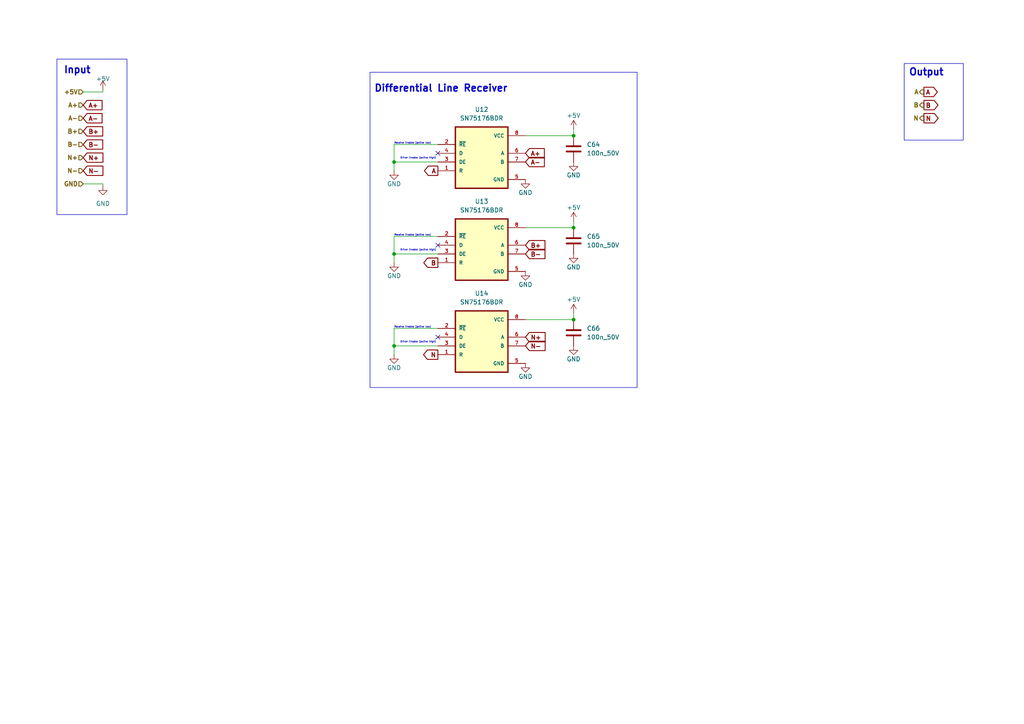
<source format=kicad_sch>
(kicad_sch (version 20231120) (generator "eeschema") (generator_version "8.0")
  (paper "A4")
  (lib_symbols
    (symbol "_C_0402:100n_50V" (pin_numbers hide) (pin_names (offset 0.254))
      (property "Reference" "C" (at 0.635 2.54 0))
      (property "Value" "100n_50V" (at 0.635 -2.54 0))
      (symbol "100n_50V_0_1"
        (polyline (pts (xy -2.032 -0.762) (xy 2.032 -0.762)) (stroke (width 0.508)))
        (polyline (pts (xy -2.032 0.762) (xy 2.032 0.762)) (stroke (width 0.508)))
      )
      (symbol "100n_50V_1_1"
        (pin passive line (at 0 3.81 270) (length 2.794) (name "~") (number "1"))
        (pin passive line (at 0 -3.81 90) (length 2.794) (name "~") (number "2"))
      )
    )
    (symbol "_Interface_UART:SN75176BDR" (pin_names (offset 1.016))
      (property "Reference" "U" (at -6.858 9.652 0))
      (property "Value" "SN75176BDR" (at -7.874 -11.43 0))
      (symbol "SN75176BDR_0_0"
        (rectangle (start -7.62 8.89) (end 7.62 -8.89) (stroke (width 0.41)) (fill (type background)))
        (pin input line (at -12.7 -3.81 0) (length 5.08) (name "R") (number "1"))
        (pin input line (at -12.7 3.81 0) (length 5.08) (name "~{RE}") (number "2"))
        (pin input line (at -12.7 -1.27 0) (length 5.08) (name "DE") (number "3"))
        (pin input line (at -12.7 1.27 0) (length 5.08) (name "D") (number "4"))
        (pin power_in line (at 12.7 -6.35 180) (length 5.08) (name "GND") (number "5"))
        (pin output line (at 12.7 1.27 180) (length 5.08) (name "A") (number "6"))
        (pin output line (at 12.7 -1.27 180) (length 5.08) (name "B") (number "7"))
        (pin power_in line (at 12.7 6.35 180) (length 5.08) (name "VCC") (number "8"))
      )
    )
    (symbol "power:+5V" (power) (pin_names (offset 0))
      (property "Value" "+5V" (at 0 3.556 0))
      (symbol "+5V_0_1"
        (polyline (pts (xy -0.762 1.27) (xy 0 2.54)))
        (polyline (pts (xy 0 0) (xy 0 2.54)))
        (polyline (pts (xy 0 2.54) (xy 0.762 1.27)))
      )
      (symbol "+5V_1_1"
        (pin power_in line (at 0 0 90) (length 0) hide (name "+5V") (number "1"))
      )
    )
    (symbol "power:GND" (power) (pin_names (offset 0))
      (property "Value" "GND" (at 0 -3.81 0))
      (symbol "GND_0_1"
        (polyline (pts (xy 0 0) (xy 0 -1.27) (xy 1.27 -1.27) (xy 0 -2.54) (xy -1.27 -1.27) (xy 0 -1.27)))
      )
      (symbol "GND_1_1"
        (pin power_in line (at 0 0 270) (length 0) hide (name "GND") (number "1"))
      )
    )
  )
  (junction (at 166.37 39.37))
  (junction (at 114.3 100.33))
  (junction (at 114.3 46.99))
  (junction (at 166.37 66.04))
  (junction (at 166.37 92.71))
  (junction (at 114.3 73.66))
  (no_connect (at 127 97.79))
  (no_connect (at 127 44.45))
  (no_connect (at 127 71.12))
  (wire (pts (xy 29.845 26.67) (xy 24.13 26.67)))
  (wire (pts (xy 114.3 73.66) (xy 127 73.66)))
  (wire (pts (xy 152.4 66.04) (xy 166.37 66.04)))
  (wire (pts (xy 29.845 53.34) (xy 29.845 53.975)))
  (wire (pts (xy 127 41.91) (xy 114.3 41.91)))
  (wire (pts (xy 166.37 64.135) (xy 166.37 66.04)))
  (wire (pts (xy 114.3 100.33) (xy 127 100.33)))
  (wire (pts (xy 152.4 92.71) (xy 166.37 92.71)))
  (wire (pts (xy 114.3 100.33) (xy 114.3 102.87)))
  (wire (pts (xy 114.3 73.66) (xy 114.3 76.2)))
  (wire (pts (xy 114.3 68.58) (xy 114.3 73.66)))
  (wire (pts (xy 114.3 41.91) (xy 114.3 46.99)))
  (wire (pts (xy 152.4 39.37) (xy 166.37 39.37)))
  (wire (pts (xy 114.3 46.99) (xy 114.3 49.53)))
  (wire (pts (xy 166.37 37.465) (xy 166.37 39.37)))
  (wire (pts (xy 114.3 95.25) (xy 114.3 100.33)))
  (wire (pts (xy 29.845 26.035) (xy 29.845 26.67)))
  (wire (pts (xy 24.13 53.34) (xy 29.845 53.34)))
  (wire (pts (xy 127 68.58) (xy 114.3 68.58)))
  (wire (pts (xy 166.37 90.805) (xy 166.37 92.71)))
  (wire (pts (xy 127 95.25) (xy 114.3 95.25)))
  (wire (pts (xy 114.3 46.99) (xy 127 46.99)))
  (rectangle (start 262.255 18.415) (end 279.4 40.64))
  (rectangle (start 107.315 20.955) (end 184.785 112.395))
  (rectangle (start 16.51 17.145) (end 36.83 62.23))
  (text "Receive Enable (active low)" (at 114.3 95.25 0) (effects (font (size 0.5 0.5) (bold yes)) (justify left bottom)))
  (text "Input" (at 18.415 21.59 0) (effects (font (size 2 2) (bold yes)) (justify left bottom)))
  (text "Receive Enable (active low)" (at 114.3 41.91 0) (effects (font (size 0.5 0.5) (bold yes)) (justify left bottom)))
  (text "Differential Line Receiver" (at 108.458 26.924 0) (effects (font (size 2 2) (bold yes)) (justify left bottom)))
  (text "Driver Enable (active high)" (at 116.078 99.568 0) (effects (font (size 0.5 0.5) (bold yes)) (justify left bottom)))
  (text "Receive Enable (active low)" (at 114.3 68.58 0) (effects (font (size 0.5 0.5) (bold yes)) (justify left bottom)))
  (text "Output" (at 263.525 22.225 0) (effects (font (size 2 2) (bold yes)) (justify left bottom)))
  (text "Driver Enable (active high)" (at 116.078 46.228 0) (effects (font (size 0.5 0.5) (bold yes)) (justify left bottom)))
  (text "Driver Enable (active high)" (at 116.078 72.898 0) (effects (font (size 0.5 0.5) (bold yes)) (justify left bottom)))
  (global_label "B+" (shape input) (at 24.13 38.1 0) (effects (font (bold yes))) (property "Intersheetrefs" "${INTERSHEET_REFS}" (effects (hide yes))))
  (global_label "N" (shape output) (at 267.97 34.29 0) (effects (font (bold yes))) (property "Intersheetrefs" "${INTERSHEET_REFS}" (effects (hide yes))))
  (global_label "A" (shape output) (at 127 49.53 180) (effects (font (bold yes))) (property "Intersheetrefs" "${INTERSHEET_REFS}" (effects (hide yes))))
  (global_label "A-" (shape input) (at 24.13 34.29 0) (effects (font (bold yes))) (property "Intersheetrefs" "${INTERSHEET_REFS}" (effects (hide yes))))
  (global_label "N-" (shape input) (at 152.4 100.33 0) (effects (font (bold yes))) (property "Intersheetrefs" "${INTERSHEET_REFS}" (effects (hide yes))))
  (global_label "B" (shape output) (at 267.97 30.48 0) (effects (font (bold yes))) (property "Intersheetrefs" "${INTERSHEET_REFS}" (effects (hide yes))))
  (global_label "A+" (shape input) (at 152.4 44.45 0) (effects (font (bold yes))) (property "Intersheetrefs" "${INTERSHEET_REFS}" (effects (hide yes))))
  (global_label "N+" (shape input) (at 24.13 45.72 0) (effects (font (bold yes))) (property "Intersheetrefs" "${INTERSHEET_REFS}" (effects (hide yes))))
  (global_label "B-" (shape input) (at 152.4 73.66 0) (effects (font (bold yes))) (property "Intersheetrefs" "${INTERSHEET_REFS}" (effects (hide yes))))
  (global_label "B-" (shape input) (at 24.13 41.91 0) (effects (font (bold yes))) (property "Intersheetrefs" "${INTERSHEET_REFS}" (effects (hide yes))))
  (global_label "N" (shape output) (at 127 102.87 180) (effects (font (bold yes))) (property "Intersheetrefs" "${INTERSHEET_REFS}" (effects (hide yes))))
  (global_label "N+" (shape input) (at 152.4 97.79 0) (effects (font (bold yes))) (property "Intersheetrefs" "${INTERSHEET_REFS}" (effects (hide yes))))
  (global_label "A+" (shape input) (at 24.13 30.48 0) (effects (font (bold yes))) (property "Intersheetrefs" "${INTERSHEET_REFS}" (effects (hide yes))))
  (global_label "A-" (shape input) (at 152.4 46.99 0) (effects (font (bold yes))) (property "Intersheetrefs" "${INTERSHEET_REFS}" (effects (hide yes))))
  (global_label "N-" (shape input) (at 24.13 49.53 0) (effects (font (bold yes))) (property "Intersheetrefs" "${INTERSHEET_REFS}" (effects (hide yes))))
  (global_label "A" (shape output) (at 267.97 26.67 0) (effects (font (bold yes))) (property "Intersheetrefs" "${INTERSHEET_REFS}" (effects (hide yes))))
  (global_label "B+" (shape input) (at 152.4 71.12 0) (effects (font (bold yes))) (property "Intersheetrefs" "${INTERSHEET_REFS}" (effects (hide yes))))
  (global_label "B" (shape output) (at 127 76.2 180) (effects (font (bold yes))) (property "Intersheetrefs" "${INTERSHEET_REFS}" (effects (hide yes))))
  (hierarchical_label "A+" (shape input) (at 24.13 30.48 180) (effects (font (bold yes))))
  (hierarchical_label "A" (shape output) (at 267.97 26.67 180) (effects (font (bold yes))))
  (hierarchical_label "B-" (shape input) (at 24.13 41.91 180) (effects (font (bold yes))))
  (hierarchical_label "N+" (shape input) (at 24.13 45.72 180) (effects (font (bold yes))))
  (hierarchical_label "GND" (shape input) (at 24.13 53.34 180) (effects (font (bold yes))))
  (hierarchical_label "+5V" (shape input) (at 24.13 26.67 180) (effects (font (bold yes))))
  (hierarchical_label "B+" (shape input) (at 24.13 38.1 180) (effects (font (bold yes))))
  (hierarchical_label "B" (shape output) (at 267.97 30.48 180) (effects (font (bold yes))))
  (hierarchical_label "A-" (shape input) (at 24.13 34.29 180) (effects (font (bold yes))))
  (hierarchical_label "N" (shape output) (at 267.97 34.29 180) (effects (font (bold yes))))
  (hierarchical_label "N-" (shape input) (at 24.13 49.53 180) (effects (font (bold yes))))
  (symbol (lib_id "power:+5V") (at 29.845 26.035 0) (unit 1)
    (property "Reference" "#PWR0250" (effects (hide yes)))
    (property "Value" "+5V" (at 29.845 22.86 0))
  )
  (symbol (lib_id "_Interface_UART:SN75176BDR") (at 139.7 45.72 0) (unit 1)
    (property "Reference" "U12" (at 139.7 31.75 0))
    (property "Value" "SN75176BDR" (at 139.7 34.29 0))
    (property "Footprint" "Package_SO:SOIC-8_3.9x4.9mm_P1.27mm" (effects (hide yes)))
    (property "Datasheet" "https://www.ti.com/lit/ds/slls101h/slls101h.pdf" (effects (hide yes)))
    (property "Description" "Bidirectional Differential Bus Transceiver" (effects (hide yes)))
    (property "MF" "TI" (effects (hide yes)))
    (property "MPN" "SN75176BDR" (effects (hide yes)))
    (property "OC_LCSC" "C7063" (effects (hide yes)))
  )
  (symbol (lib_id "power:GND") (at 152.4 78.74 0) (unit 1)
    (property "Reference" "#PWR0256" (effects (hide yes)))
    (property "Value" "GND" (at 152.4 82.55 0))
  )
  (symbol (lib_id "power:GND") (at 114.3 102.87 0) (unit 1)
    (property "Reference" "#PWR0254" (effects (hide yes)))
    (property "Value" "GND" (at 114.3 106.68 0))
  )
  (symbol (lib_id "power:+5V") (at 166.37 64.135 0) (unit 1)
    (property "Reference" "#PWR0260" (effects (hide yes)))
    (property "Value" "+5V" (at 166.37 60.198 0))
  )
  (symbol (lib_id "power:GND") (at 114.3 49.53 0) (unit 1)
    (property "Reference" "#PWR0252" (effects (hide yes)))
    (property "Value" "GND" (at 114.3 53.34 0))
  )
  (symbol (lib_id "_Interface_UART:SN75176BDR") (at 139.7 99.06 0) (unit 1)
    (property "Reference" "U14" (at 139.7 85.09 0))
    (property "Value" "SN75176BDR" (at 139.7 87.63 0))
    (property "Footprint" "Package_SO:SOIC-8_3.9x4.9mm_P1.27mm" (effects (hide yes)))
    (property "Datasheet" "https://www.ti.com/lit/ds/slls101h/slls101h.pdf" (effects (hide yes)))
    (property "Description" "Bidirectional Differential Bus Transceiver" (effects (hide yes)))
    (property "MF" "TI" (effects (hide yes)))
    (property "MPN" "SN75176BDR" (effects (hide yes)))
    (property "OC_LCSC" "C7063" (effects (hide yes)))
  )
  (symbol (lib_id "power:GND") (at 166.37 100.33 0) (unit 1)
    (property "Reference" "#PWR0263" (effects (hide yes)))
    (property "Value" "GND" (at 166.37 104.14 0))
  )
  (symbol (lib_id "power:GND") (at 114.3 76.2 0) (unit 1)
    (property "Reference" "#PWR0253" (effects (hide yes)))
    (property "Value" "GND" (at 114.3 80.01 0))
  )
  (symbol (lib_id "power:GND") (at 166.37 73.66 0) (unit 1)
    (property "Reference" "#PWR0261" (effects (hide yes)))
    (property "Value" "GND" (at 166.37 77.47 0))
  )
  (symbol (lib_id "power:GND") (at 152.4 105.41 0) (unit 1)
    (property "Reference" "#PWR0257" (effects (hide yes)))
    (property "Value" "GND" (at 152.4 109.22 0))
  )
  (symbol (lib_id "power:GND") (at 166.37 46.99 0) (unit 1)
    (property "Reference" "#PWR0259" (effects (hide yes)))
    (property "Value" "GND" (at 166.37 50.8 0))
  )
  (symbol (lib_id "_C_0402:100n_50V") (at 166.37 96.52 0) (unit 1)
    (property "Reference" "C66" (at 170.18 95.2499 0) (effects (justify left)))
    (property "Value" "100n_50V" (at 170.18 97.7899 0) (effects (justify left)))
    (property "Footprint" "Capacitor_SMD:C_0402_1005Metric" (effects (hide yes)))
    (property "Datasheet" "https://product.samsungsem.com/mlcc/CL05B104KB54PN.do" (effects (hide yes)))
    (property "Description" "Capacitor 100nF 50V X7R 10% 0402" (effects (hide yes)))
    (property "MF" "Samsung Electro-Mechanics" (effects (hide yes)))
    (property "MPN" "CL05B104KB54PNC" (effects (hide yes)))
    (property "OC_LCSC" "C307331" (effects (hide yes)))
  )
  (symbol (lib_id "power:GND") (at 152.4 52.07 0) (unit 1)
    (property "Reference" "#PWR0255" (effects (hide yes)))
    (property "Value" "GND" (at 152.4 55.88 0))
  )
  (symbol (lib_id "power:+5V") (at 166.37 90.805 0) (unit 1)
    (property "Reference" "#PWR0262" (effects (hide yes)))
    (property "Value" "+5V" (at 166.37 86.868 0))
  )
  (symbol (lib_id "_C_0402:100n_50V") (at 166.37 43.18 0) (unit 1)
    (property "Reference" "C64" (at 170.18 41.9099 0) (effects (justify left)))
    (property "Value" "100n_50V" (at 170.18 44.4499 0) (effects (justify left)))
    (property "Footprint" "Capacitor_SMD:C_0402_1005Metric" (effects (hide yes)))
    (property "Datasheet" "https://product.samsungsem.com/mlcc/CL05B104KB54PN.do" (effects (hide yes)))
    (property "Description" "Capacitor 100nF 50V X7R 10% 0402" (effects (hide yes)))
    (property "MF" "Samsung Electro-Mechanics" (effects (hide yes)))
    (property "MPN" "CL05B104KB54PNC" (effects (hide yes)))
    (property "OC_LCSC" "C307331" (effects (hide yes)))
  )
  (symbol (lib_id "_Interface_UART:SN75176BDR") (at 139.7 72.39 0) (unit 1)
    (property "Reference" "U13" (at 139.7 58.42 0))
    (property "Value" "SN75176BDR" (at 139.7 60.96 0))
    (property "Footprint" "Package_SO:SOIC-8_3.9x4.9mm_P1.27mm" (effects (hide yes)))
    (property "Datasheet" "https://www.ti.com/lit/ds/slls101h/slls101h.pdf" (effects (hide yes)))
    (property "Description" "Bidirectional Differential Bus Transceiver" (effects (hide yes)))
    (property "MF" "TI" (effects (hide yes)))
    (property "MPN" "SN75176BDR" (effects (hide yes)))
    (property "OC_LCSC" "C7063" (effects (hide yes)))
  )
  (symbol (lib_id "_C_0402:100n_50V") (at 166.37 69.85 0) (unit 1)
    (property "Reference" "C65" (at 170.18 68.5799 0) (effects (justify left)))
    (property "Value" "100n_50V" (at 170.18 71.1199 0) (effects (justify left)))
    (property "Footprint" "Capacitor_SMD:C_0402_1005Metric" (effects (hide yes)))
    (property "Datasheet" "https://product.samsungsem.com/mlcc/CL05B104KB54PN.do" (effects (hide yes)))
    (property "Description" "Capacitor 100nF 50V X7R 10% 0402" (effects (hide yes)))
    (property "MF" "Samsung Electro-Mechanics" (effects (hide yes)))
    (property "MPN" "CL05B104KB54PNC" (effects (hide yes)))
    (property "OC_LCSC" "C307331" (effects (hide yes)))
  )
  (symbol (lib_id "power:GND") (at 29.845 53.975 0) (unit 1)
    (property "Reference" "#PWR0251" (effects (hide yes)))
    (property "Value" "GND" (at 29.845 59.055 0))
  )
  (symbol (lib_id "power:+5V") (at 166.37 37.465 0) (unit 1)
    (property "Reference" "#PWR0258" (effects (hide yes)))
    (property "Value" "+5V" (at 166.37 33.528 0))
  )
)
</source>
